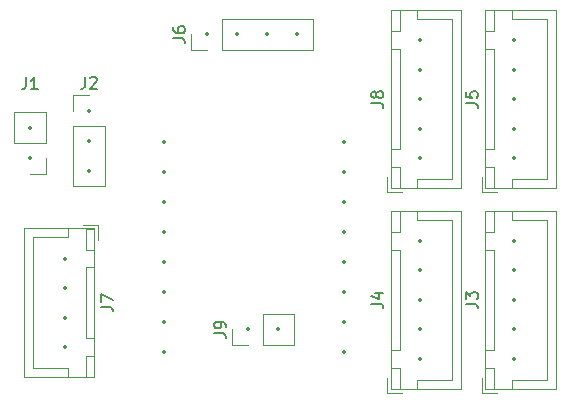
<source format=gto>
%TF.GenerationSoftware,KiCad,Pcbnew,8.0.9-8.0.9-0~ubuntu22.04.1*%
%TF.CreationDate,2025-04-09T02:20:17+02:00*%
%TF.ProjectId,00pcb,30307063-622e-46b6-9963-61645f706362,rev?*%
%TF.SameCoordinates,Original*%
%TF.FileFunction,Legend,Top*%
%TF.FilePolarity,Positive*%
%FSLAX46Y46*%
G04 Gerber Fmt 4.6, Leading zero omitted, Abs format (unit mm)*
G04 Created by KiCad (PCBNEW 8.0.9-8.0.9-0~ubuntu22.04.1) date 2025-04-09 02:20:17*
%MOMM*%
%LPD*%
G01*
G04 APERTURE LIST*
%ADD10C,0.150000*%
%ADD11C,0.120000*%
%ADD12C,0.350000*%
G04 APERTURE END LIST*
D10*
X118004819Y-103083333D02*
X118719104Y-103083333D01*
X118719104Y-103083333D02*
X118861961Y-103130952D01*
X118861961Y-103130952D02*
X118957200Y-103226190D01*
X118957200Y-103226190D02*
X119004819Y-103369047D01*
X119004819Y-103369047D02*
X119004819Y-103464285D01*
X118004819Y-102702380D02*
X118004819Y-102035714D01*
X118004819Y-102035714D02*
X119004819Y-102464285D01*
X148904819Y-85833333D02*
X149619104Y-85833333D01*
X149619104Y-85833333D02*
X149761961Y-85880952D01*
X149761961Y-85880952D02*
X149857200Y-85976190D01*
X149857200Y-85976190D02*
X149904819Y-86119047D01*
X149904819Y-86119047D02*
X149904819Y-86214285D01*
X148904819Y-84880952D02*
X148904819Y-85357142D01*
X148904819Y-85357142D02*
X149381009Y-85404761D01*
X149381009Y-85404761D02*
X149333390Y-85357142D01*
X149333390Y-85357142D02*
X149285771Y-85261904D01*
X149285771Y-85261904D02*
X149285771Y-85023809D01*
X149285771Y-85023809D02*
X149333390Y-84928571D01*
X149333390Y-84928571D02*
X149381009Y-84880952D01*
X149381009Y-84880952D02*
X149476247Y-84833333D01*
X149476247Y-84833333D02*
X149714342Y-84833333D01*
X149714342Y-84833333D02*
X149809580Y-84880952D01*
X149809580Y-84880952D02*
X149857200Y-84928571D01*
X149857200Y-84928571D02*
X149904819Y-85023809D01*
X149904819Y-85023809D02*
X149904819Y-85261904D01*
X149904819Y-85261904D02*
X149857200Y-85357142D01*
X149857200Y-85357142D02*
X149809580Y-85404761D01*
X140904819Y-102833333D02*
X141619104Y-102833333D01*
X141619104Y-102833333D02*
X141761961Y-102880952D01*
X141761961Y-102880952D02*
X141857200Y-102976190D01*
X141857200Y-102976190D02*
X141904819Y-103119047D01*
X141904819Y-103119047D02*
X141904819Y-103214285D01*
X141238152Y-101928571D02*
X141904819Y-101928571D01*
X140857200Y-102166666D02*
X141571485Y-102404761D01*
X141571485Y-102404761D02*
X141571485Y-101785714D01*
X111666666Y-83654819D02*
X111666666Y-84369104D01*
X111666666Y-84369104D02*
X111619047Y-84511961D01*
X111619047Y-84511961D02*
X111523809Y-84607200D01*
X111523809Y-84607200D02*
X111380952Y-84654819D01*
X111380952Y-84654819D02*
X111285714Y-84654819D01*
X112666666Y-84654819D02*
X112095238Y-84654819D01*
X112380952Y-84654819D02*
X112380952Y-83654819D01*
X112380952Y-83654819D02*
X112285714Y-83797676D01*
X112285714Y-83797676D02*
X112190476Y-83892914D01*
X112190476Y-83892914D02*
X112095238Y-83940533D01*
X124124819Y-80333333D02*
X124839104Y-80333333D01*
X124839104Y-80333333D02*
X124981961Y-80380952D01*
X124981961Y-80380952D02*
X125077200Y-80476190D01*
X125077200Y-80476190D02*
X125124819Y-80619047D01*
X125124819Y-80619047D02*
X125124819Y-80714285D01*
X124124819Y-79428571D02*
X124124819Y-79619047D01*
X124124819Y-79619047D02*
X124172438Y-79714285D01*
X124172438Y-79714285D02*
X124220057Y-79761904D01*
X124220057Y-79761904D02*
X124362914Y-79857142D01*
X124362914Y-79857142D02*
X124553390Y-79904761D01*
X124553390Y-79904761D02*
X124934342Y-79904761D01*
X124934342Y-79904761D02*
X125029580Y-79857142D01*
X125029580Y-79857142D02*
X125077200Y-79809523D01*
X125077200Y-79809523D02*
X125124819Y-79714285D01*
X125124819Y-79714285D02*
X125124819Y-79523809D01*
X125124819Y-79523809D02*
X125077200Y-79428571D01*
X125077200Y-79428571D02*
X125029580Y-79380952D01*
X125029580Y-79380952D02*
X124934342Y-79333333D01*
X124934342Y-79333333D02*
X124696247Y-79333333D01*
X124696247Y-79333333D02*
X124601009Y-79380952D01*
X124601009Y-79380952D02*
X124553390Y-79428571D01*
X124553390Y-79428571D02*
X124505771Y-79523809D01*
X124505771Y-79523809D02*
X124505771Y-79714285D01*
X124505771Y-79714285D02*
X124553390Y-79809523D01*
X124553390Y-79809523D02*
X124601009Y-79857142D01*
X124601009Y-79857142D02*
X124696247Y-79904761D01*
X127584819Y-105333333D02*
X128299104Y-105333333D01*
X128299104Y-105333333D02*
X128441961Y-105380952D01*
X128441961Y-105380952D02*
X128537200Y-105476190D01*
X128537200Y-105476190D02*
X128584819Y-105619047D01*
X128584819Y-105619047D02*
X128584819Y-105714285D01*
X128584819Y-104809523D02*
X128584819Y-104619047D01*
X128584819Y-104619047D02*
X128537200Y-104523809D01*
X128537200Y-104523809D02*
X128489580Y-104476190D01*
X128489580Y-104476190D02*
X128346723Y-104380952D01*
X128346723Y-104380952D02*
X128156247Y-104333333D01*
X128156247Y-104333333D02*
X127775295Y-104333333D01*
X127775295Y-104333333D02*
X127680057Y-104380952D01*
X127680057Y-104380952D02*
X127632438Y-104428571D01*
X127632438Y-104428571D02*
X127584819Y-104523809D01*
X127584819Y-104523809D02*
X127584819Y-104714285D01*
X127584819Y-104714285D02*
X127632438Y-104809523D01*
X127632438Y-104809523D02*
X127680057Y-104857142D01*
X127680057Y-104857142D02*
X127775295Y-104904761D01*
X127775295Y-104904761D02*
X128013390Y-104904761D01*
X128013390Y-104904761D02*
X128108628Y-104857142D01*
X128108628Y-104857142D02*
X128156247Y-104809523D01*
X128156247Y-104809523D02*
X128203866Y-104714285D01*
X128203866Y-104714285D02*
X128203866Y-104523809D01*
X128203866Y-104523809D02*
X128156247Y-104428571D01*
X128156247Y-104428571D02*
X128108628Y-104380952D01*
X128108628Y-104380952D02*
X128013390Y-104333333D01*
X140904819Y-85833333D02*
X141619104Y-85833333D01*
X141619104Y-85833333D02*
X141761961Y-85880952D01*
X141761961Y-85880952D02*
X141857200Y-85976190D01*
X141857200Y-85976190D02*
X141904819Y-86119047D01*
X141904819Y-86119047D02*
X141904819Y-86214285D01*
X141333390Y-85214285D02*
X141285771Y-85309523D01*
X141285771Y-85309523D02*
X141238152Y-85357142D01*
X141238152Y-85357142D02*
X141142914Y-85404761D01*
X141142914Y-85404761D02*
X141095295Y-85404761D01*
X141095295Y-85404761D02*
X141000057Y-85357142D01*
X141000057Y-85357142D02*
X140952438Y-85309523D01*
X140952438Y-85309523D02*
X140904819Y-85214285D01*
X140904819Y-85214285D02*
X140904819Y-85023809D01*
X140904819Y-85023809D02*
X140952438Y-84928571D01*
X140952438Y-84928571D02*
X141000057Y-84880952D01*
X141000057Y-84880952D02*
X141095295Y-84833333D01*
X141095295Y-84833333D02*
X141142914Y-84833333D01*
X141142914Y-84833333D02*
X141238152Y-84880952D01*
X141238152Y-84880952D02*
X141285771Y-84928571D01*
X141285771Y-84928571D02*
X141333390Y-85023809D01*
X141333390Y-85023809D02*
X141333390Y-85214285D01*
X141333390Y-85214285D02*
X141381009Y-85309523D01*
X141381009Y-85309523D02*
X141428628Y-85357142D01*
X141428628Y-85357142D02*
X141523866Y-85404761D01*
X141523866Y-85404761D02*
X141714342Y-85404761D01*
X141714342Y-85404761D02*
X141809580Y-85357142D01*
X141809580Y-85357142D02*
X141857200Y-85309523D01*
X141857200Y-85309523D02*
X141904819Y-85214285D01*
X141904819Y-85214285D02*
X141904819Y-85023809D01*
X141904819Y-85023809D02*
X141857200Y-84928571D01*
X141857200Y-84928571D02*
X141809580Y-84880952D01*
X141809580Y-84880952D02*
X141714342Y-84833333D01*
X141714342Y-84833333D02*
X141523866Y-84833333D01*
X141523866Y-84833333D02*
X141428628Y-84880952D01*
X141428628Y-84880952D02*
X141381009Y-84928571D01*
X141381009Y-84928571D02*
X141333390Y-85023809D01*
X116666666Y-83599819D02*
X116666666Y-84314104D01*
X116666666Y-84314104D02*
X116619047Y-84456961D01*
X116619047Y-84456961D02*
X116523809Y-84552200D01*
X116523809Y-84552200D02*
X116380952Y-84599819D01*
X116380952Y-84599819D02*
X116285714Y-84599819D01*
X117095238Y-83695057D02*
X117142857Y-83647438D01*
X117142857Y-83647438D02*
X117238095Y-83599819D01*
X117238095Y-83599819D02*
X117476190Y-83599819D01*
X117476190Y-83599819D02*
X117571428Y-83647438D01*
X117571428Y-83647438D02*
X117619047Y-83695057D01*
X117619047Y-83695057D02*
X117666666Y-83790295D01*
X117666666Y-83790295D02*
X117666666Y-83885533D01*
X117666666Y-83885533D02*
X117619047Y-84028390D01*
X117619047Y-84028390D02*
X117047619Y-84599819D01*
X117047619Y-84599819D02*
X117666666Y-84599819D01*
X148904819Y-102833333D02*
X149619104Y-102833333D01*
X149619104Y-102833333D02*
X149761961Y-102880952D01*
X149761961Y-102880952D02*
X149857200Y-102976190D01*
X149857200Y-102976190D02*
X149904819Y-103119047D01*
X149904819Y-103119047D02*
X149904819Y-103214285D01*
X148904819Y-102452380D02*
X148904819Y-101833333D01*
X148904819Y-101833333D02*
X149285771Y-102166666D01*
X149285771Y-102166666D02*
X149285771Y-102023809D01*
X149285771Y-102023809D02*
X149333390Y-101928571D01*
X149333390Y-101928571D02*
X149381009Y-101880952D01*
X149381009Y-101880952D02*
X149476247Y-101833333D01*
X149476247Y-101833333D02*
X149714342Y-101833333D01*
X149714342Y-101833333D02*
X149809580Y-101880952D01*
X149809580Y-101880952D02*
X149857200Y-101928571D01*
X149857200Y-101928571D02*
X149904819Y-102023809D01*
X149904819Y-102023809D02*
X149904819Y-102309523D01*
X149904819Y-102309523D02*
X149857200Y-102404761D01*
X149857200Y-102404761D02*
X149809580Y-102452380D01*
D11*
%TO.C,J7*%
X111490000Y-96440000D02*
X111490000Y-109060000D01*
X111490000Y-109060000D02*
X117460000Y-109060000D01*
X112250000Y-97200000D02*
X112250000Y-102750000D01*
X112250000Y-108300000D02*
X112250000Y-102750000D01*
X115200000Y-96450000D02*
X115200000Y-97200000D01*
X115200000Y-97200000D02*
X112250000Y-97200000D01*
X115200000Y-108300000D02*
X112250000Y-108300000D01*
X115200000Y-109050000D02*
X115200000Y-108300000D01*
X116700000Y-96450000D02*
X116700000Y-98250000D01*
X116700000Y-98250000D02*
X117450000Y-98250000D01*
X116700000Y-99750000D02*
X116700000Y-105750000D01*
X116700000Y-105750000D02*
X117450000Y-105750000D01*
X116700000Y-107250000D02*
X116700000Y-109050000D01*
X116700000Y-109050000D02*
X117450000Y-109050000D01*
X117450000Y-96450000D02*
X116700000Y-96450000D01*
X117450000Y-98250000D02*
X117450000Y-96450000D01*
X117450000Y-99750000D02*
X116700000Y-99750000D01*
X117450000Y-105750000D02*
X117450000Y-99750000D01*
X117450000Y-107250000D02*
X116700000Y-107250000D01*
X117450000Y-109050000D02*
X117450000Y-107250000D01*
X117460000Y-96440000D02*
X111490000Y-96440000D01*
X117460000Y-109060000D02*
X117460000Y-96440000D01*
X117750000Y-96150000D02*
X116500000Y-96150000D01*
X117750000Y-97400000D02*
X117750000Y-96150000D01*
%TO.C,J5*%
X156510000Y-93060000D02*
X156510000Y-77940000D01*
X156510000Y-77940000D02*
X150540000Y-77940000D01*
X155750000Y-92300000D02*
X155750000Y-85500000D01*
X155750000Y-78700000D02*
X155750000Y-85500000D01*
X152800000Y-93050000D02*
X152800000Y-92300000D01*
X152800000Y-92300000D02*
X155750000Y-92300000D01*
X152800000Y-78700000D02*
X155750000Y-78700000D01*
X152800000Y-77950000D02*
X152800000Y-78700000D01*
X151300000Y-93050000D02*
X151300000Y-91250000D01*
X151300000Y-91250000D02*
X150550000Y-91250000D01*
X151300000Y-89750000D02*
X151300000Y-81250000D01*
X151300000Y-81250000D02*
X150550000Y-81250000D01*
X151300000Y-79750000D02*
X151300000Y-77950000D01*
X151300000Y-77950000D02*
X150550000Y-77950000D01*
X150550000Y-93050000D02*
X151300000Y-93050000D01*
X150550000Y-91250000D02*
X150550000Y-93050000D01*
X150550000Y-89750000D02*
X151300000Y-89750000D01*
X150550000Y-81250000D02*
X150550000Y-89750000D01*
X150550000Y-79750000D02*
X151300000Y-79750000D01*
X150550000Y-77950000D02*
X150550000Y-79750000D01*
X150540000Y-93060000D02*
X156510000Y-93060000D01*
X150540000Y-77940000D02*
X150540000Y-93060000D01*
X150250000Y-93350000D02*
X151500000Y-93350000D01*
X150250000Y-92100000D02*
X150250000Y-93350000D01*
%TO.C,J4*%
X142250000Y-109100000D02*
X142250000Y-110350000D01*
X142250000Y-110350000D02*
X143500000Y-110350000D01*
X142540000Y-94940000D02*
X142540000Y-110060000D01*
X142540000Y-110060000D02*
X148510000Y-110060000D01*
X142550000Y-94950000D02*
X142550000Y-96750000D01*
X142550000Y-96750000D02*
X143300000Y-96750000D01*
X142550000Y-98250000D02*
X142550000Y-106750000D01*
X142550000Y-106750000D02*
X143300000Y-106750000D01*
X142550000Y-108250000D02*
X142550000Y-110050000D01*
X142550000Y-110050000D02*
X143300000Y-110050000D01*
X143300000Y-94950000D02*
X142550000Y-94950000D01*
X143300000Y-96750000D02*
X143300000Y-94950000D01*
X143300000Y-98250000D02*
X142550000Y-98250000D01*
X143300000Y-106750000D02*
X143300000Y-98250000D01*
X143300000Y-108250000D02*
X142550000Y-108250000D01*
X143300000Y-110050000D02*
X143300000Y-108250000D01*
X144800000Y-94950000D02*
X144800000Y-95700000D01*
X144800000Y-95700000D02*
X147750000Y-95700000D01*
X144800000Y-109300000D02*
X147750000Y-109300000D01*
X144800000Y-110050000D02*
X144800000Y-109300000D01*
X147750000Y-95700000D02*
X147750000Y-102500000D01*
X147750000Y-109300000D02*
X147750000Y-102500000D01*
X148510000Y-94940000D02*
X142540000Y-94940000D01*
X148510000Y-110060000D02*
X148510000Y-94940000D01*
%TO.C,J1*%
X110670000Y-89205000D02*
X110670000Y-86605000D01*
X113330000Y-86605000D02*
X110670000Y-86605000D01*
X113330000Y-89205000D02*
X110670000Y-89205000D01*
X113330000Y-89205000D02*
X113330000Y-86605000D01*
X113330000Y-90475000D02*
X113330000Y-91805000D01*
X113330000Y-91805000D02*
X112000000Y-91805000D01*
%TO.C,J6*%
X135950000Y-81330000D02*
X135950000Y-78670000D01*
X128270000Y-81330000D02*
X135950000Y-81330000D01*
X128270000Y-81330000D02*
X128270000Y-78670000D01*
X128270000Y-78670000D02*
X135950000Y-78670000D01*
X127000000Y-81330000D02*
X125670000Y-81330000D01*
X125670000Y-81330000D02*
X125670000Y-80000000D01*
%TO.C,J9*%
X129130000Y-106330000D02*
X129130000Y-105000000D01*
X130460000Y-106330000D02*
X129130000Y-106330000D01*
X131730000Y-103670000D02*
X134330000Y-103670000D01*
X131730000Y-106330000D02*
X131730000Y-103670000D01*
X131730000Y-106330000D02*
X134330000Y-106330000D01*
X134330000Y-106330000D02*
X134330000Y-103670000D01*
%TO.C,J8*%
X142250000Y-92100000D02*
X142250000Y-93350000D01*
X142250000Y-93350000D02*
X143500000Y-93350000D01*
X142540000Y-77940000D02*
X142540000Y-93060000D01*
X142540000Y-93060000D02*
X148510000Y-93060000D01*
X142550000Y-77950000D02*
X142550000Y-79750000D01*
X142550000Y-79750000D02*
X143300000Y-79750000D01*
X142550000Y-81250000D02*
X142550000Y-89750000D01*
X142550000Y-89750000D02*
X143300000Y-89750000D01*
X142550000Y-91250000D02*
X142550000Y-93050000D01*
X142550000Y-93050000D02*
X143300000Y-93050000D01*
X143300000Y-77950000D02*
X142550000Y-77950000D01*
X143300000Y-79750000D02*
X143300000Y-77950000D01*
X143300000Y-81250000D02*
X142550000Y-81250000D01*
X143300000Y-89750000D02*
X143300000Y-81250000D01*
X143300000Y-91250000D02*
X142550000Y-91250000D01*
X143300000Y-93050000D02*
X143300000Y-91250000D01*
X144800000Y-77950000D02*
X144800000Y-78700000D01*
X144800000Y-78700000D02*
X147750000Y-78700000D01*
X144800000Y-92300000D02*
X147750000Y-92300000D01*
X144800000Y-93050000D02*
X144800000Y-92300000D01*
X147750000Y-78700000D02*
X147750000Y-85500000D01*
X147750000Y-92300000D02*
X147750000Y-85500000D01*
X148510000Y-77940000D02*
X142540000Y-77940000D01*
X148510000Y-93060000D02*
X148510000Y-77940000D01*
%TO.C,J2*%
X115670000Y-85145000D02*
X117000000Y-85145000D01*
X115670000Y-86475000D02*
X115670000Y-85145000D01*
X115670000Y-87745000D02*
X115670000Y-92885000D01*
X115670000Y-87745000D02*
X118330000Y-87745000D01*
X115670000Y-92885000D02*
X118330000Y-92885000D01*
X118330000Y-87745000D02*
X118330000Y-92885000D01*
%TO.C,J3*%
X156510000Y-110060000D02*
X156510000Y-94940000D01*
X156510000Y-94940000D02*
X150540000Y-94940000D01*
X155750000Y-109300000D02*
X155750000Y-102500000D01*
X155750000Y-95700000D02*
X155750000Y-102500000D01*
X152800000Y-110050000D02*
X152800000Y-109300000D01*
X152800000Y-109300000D02*
X155750000Y-109300000D01*
X152800000Y-95700000D02*
X155750000Y-95700000D01*
X152800000Y-94950000D02*
X152800000Y-95700000D01*
X151300000Y-110050000D02*
X151300000Y-108250000D01*
X151300000Y-108250000D02*
X150550000Y-108250000D01*
X151300000Y-106750000D02*
X151300000Y-98250000D01*
X151300000Y-98250000D02*
X150550000Y-98250000D01*
X151300000Y-96750000D02*
X151300000Y-94950000D01*
X151300000Y-94950000D02*
X150550000Y-94950000D01*
X150550000Y-110050000D02*
X151300000Y-110050000D01*
X150550000Y-108250000D02*
X150550000Y-110050000D01*
X150550000Y-106750000D02*
X151300000Y-106750000D01*
X150550000Y-98250000D02*
X150550000Y-106750000D01*
X150550000Y-96750000D02*
X151300000Y-96750000D01*
X150550000Y-94950000D02*
X150550000Y-96750000D01*
X150540000Y-110060000D02*
X156510000Y-110060000D01*
X150540000Y-94940000D02*
X150540000Y-110060000D01*
X150250000Y-110350000D02*
X151500000Y-110350000D01*
X150250000Y-109100000D02*
X150250000Y-110350000D01*
%TD*%
D12*
X115000000Y-99000000D03*
X115000000Y-101500000D03*
X115000000Y-104000000D03*
X115000000Y-106500000D03*
X153000000Y-90500000D03*
X153000000Y-88000000D03*
X153000000Y-85500000D03*
X153000000Y-83000000D03*
X153000000Y-80500000D03*
X145000000Y-97500000D03*
X145000000Y-100000000D03*
X145000000Y-102500000D03*
X145000000Y-105000000D03*
X145000000Y-107500000D03*
X112000000Y-90475000D03*
X112000000Y-87935000D03*
X127000000Y-80000000D03*
X129540000Y-80000000D03*
X132080000Y-80000000D03*
X134620000Y-80000000D03*
X130460000Y-105000000D03*
X133000000Y-105000000D03*
X145000000Y-80500000D03*
X145000000Y-83000000D03*
X145000000Y-85500000D03*
X145000000Y-88000000D03*
X145000000Y-90500000D03*
X117000000Y-86475000D03*
X117000000Y-89015000D03*
X117000000Y-91555000D03*
X153000000Y-107500000D03*
X153000000Y-105000000D03*
X153000000Y-102500000D03*
X153000000Y-100000000D03*
X153000000Y-97500000D03*
X123380000Y-106880000D03*
X123380000Y-104340000D03*
X123380000Y-101800000D03*
X123380000Y-99260000D03*
X123380000Y-94180000D03*
X123380000Y-96720000D03*
X138620000Y-89100000D03*
X123380000Y-89100000D03*
X138620000Y-91640000D03*
X138620000Y-94180000D03*
X138620000Y-96720000D03*
X138620000Y-99260000D03*
X138620000Y-101800000D03*
X138620000Y-104340000D03*
X138620000Y-106880000D03*
X123380000Y-91640000D03*
M02*

</source>
